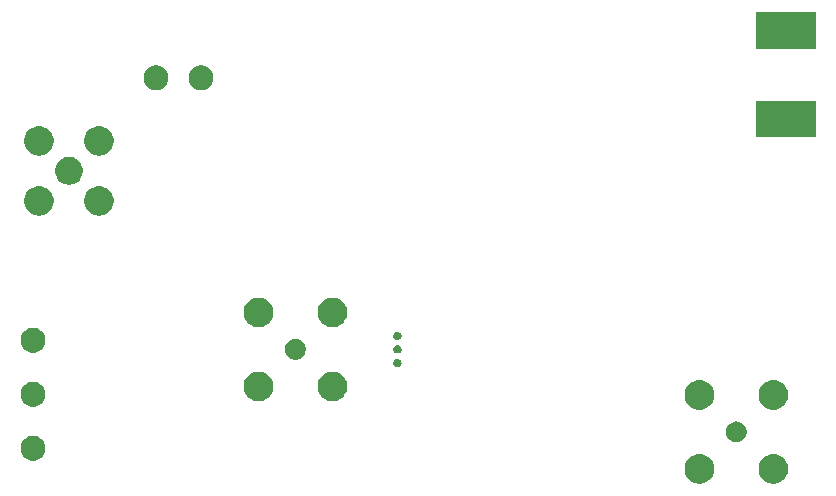
<source format=gbs>
G04 #@! TF.GenerationSoftware,KiCad,Pcbnew,5.0.2-bee76a0~70~ubuntu16.04.1*
G04 #@! TF.CreationDate,2019-02-24T18:58:32-05:00*
G04 #@! TF.ProjectId,chain_v03,63686169-6e5f-4763-9033-2e6b69636164,rev?*
G04 #@! TF.SameCoordinates,Original*
G04 #@! TF.FileFunction,Soldermask,Bot*
G04 #@! TF.FilePolarity,Negative*
%FSLAX46Y46*%
G04 Gerber Fmt 4.6, Leading zero omitted, Abs format (unit mm)*
G04 Created by KiCad (PCBNEW 5.0.2-bee76a0~70~ubuntu16.04.1) date Sun 24 Feb 2019 06:58:32 PM EST*
%MOMM*%
%LPD*%
G01*
G04 APERTURE LIST*
%ADD10C,0.100000*%
G04 APERTURE END LIST*
D10*
G36*
X107072635Y-102602019D02*
X107253903Y-102638075D01*
X107481571Y-102732378D01*
X107685542Y-102868668D01*
X107686469Y-102869287D01*
X107860713Y-103043531D01*
X107860715Y-103043534D01*
X107997622Y-103248429D01*
X108091925Y-103476097D01*
X108140000Y-103717787D01*
X108140000Y-103964213D01*
X108091925Y-104205903D01*
X107997622Y-104433571D01*
X107861332Y-104637542D01*
X107860713Y-104638469D01*
X107686469Y-104812713D01*
X107686466Y-104812715D01*
X107481571Y-104949622D01*
X107253903Y-105043925D01*
X107072635Y-105079981D01*
X107012214Y-105092000D01*
X106765786Y-105092000D01*
X106705365Y-105079981D01*
X106524097Y-105043925D01*
X106296429Y-104949622D01*
X106091534Y-104812715D01*
X106091531Y-104812713D01*
X105917287Y-104638469D01*
X105916668Y-104637542D01*
X105780378Y-104433571D01*
X105686075Y-104205903D01*
X105638000Y-103964213D01*
X105638000Y-103717787D01*
X105686075Y-103476097D01*
X105780378Y-103248429D01*
X105917285Y-103043534D01*
X105917287Y-103043531D01*
X106091531Y-102869287D01*
X106092458Y-102868668D01*
X106296429Y-102732378D01*
X106524097Y-102638075D01*
X106705364Y-102602019D01*
X106765786Y-102590000D01*
X107012214Y-102590000D01*
X107072635Y-102602019D01*
X107072635Y-102602019D01*
G37*
G36*
X100812635Y-102602019D02*
X100993903Y-102638075D01*
X101221571Y-102732378D01*
X101425542Y-102868668D01*
X101426469Y-102869287D01*
X101600713Y-103043531D01*
X101600715Y-103043534D01*
X101737622Y-103248429D01*
X101831925Y-103476097D01*
X101880000Y-103717787D01*
X101880000Y-103964213D01*
X101831925Y-104205903D01*
X101737622Y-104433571D01*
X101601332Y-104637542D01*
X101600713Y-104638469D01*
X101426469Y-104812713D01*
X101426466Y-104812715D01*
X101221571Y-104949622D01*
X100993903Y-105043925D01*
X100812635Y-105079981D01*
X100752214Y-105092000D01*
X100505786Y-105092000D01*
X100445365Y-105079981D01*
X100264097Y-105043925D01*
X100036429Y-104949622D01*
X99831534Y-104812715D01*
X99831531Y-104812713D01*
X99657287Y-104638469D01*
X99656668Y-104637542D01*
X99520378Y-104433571D01*
X99426075Y-104205903D01*
X99378000Y-103964213D01*
X99378000Y-103717787D01*
X99426075Y-103476097D01*
X99520378Y-103248429D01*
X99657285Y-103043534D01*
X99657287Y-103043531D01*
X99831531Y-102869287D01*
X99832458Y-102868668D01*
X100036429Y-102732378D01*
X100264097Y-102638075D01*
X100445364Y-102602019D01*
X100505786Y-102590000D01*
X100752214Y-102590000D01*
X100812635Y-102602019D01*
X100812635Y-102602019D01*
G37*
G36*
X44502414Y-101097879D02*
X44502416Y-101097880D01*
X44502417Y-101097880D01*
X44693594Y-101177068D01*
X44865651Y-101292033D01*
X45011967Y-101438349D01*
X45126932Y-101610406D01*
X45206121Y-101801586D01*
X45246490Y-102004534D01*
X45246490Y-102211466D01*
X45206121Y-102414414D01*
X45126932Y-102605594D01*
X45011967Y-102777651D01*
X44865651Y-102923967D01*
X44865648Y-102923969D01*
X44693594Y-103038932D01*
X44502417Y-103118120D01*
X44502416Y-103118120D01*
X44502414Y-103118121D01*
X44299466Y-103158490D01*
X44092534Y-103158490D01*
X43889586Y-103118121D01*
X43889584Y-103118120D01*
X43889583Y-103118120D01*
X43698406Y-103038932D01*
X43526352Y-102923969D01*
X43526349Y-102923967D01*
X43380033Y-102777651D01*
X43265068Y-102605594D01*
X43185879Y-102414414D01*
X43145510Y-102211466D01*
X43145510Y-102004534D01*
X43185879Y-101801586D01*
X43265068Y-101610406D01*
X43380033Y-101438349D01*
X43526349Y-101292033D01*
X43698406Y-101177068D01*
X43889583Y-101097880D01*
X43889584Y-101097880D01*
X43889586Y-101097879D01*
X44092534Y-101057510D01*
X44299466Y-101057510D01*
X44502414Y-101097879D01*
X44502414Y-101097879D01*
G37*
G36*
X103887589Y-99843416D02*
X104014520Y-99868664D01*
X104173942Y-99934699D01*
X104317418Y-100030566D01*
X104439434Y-100152582D01*
X104535301Y-100296058D01*
X104601336Y-100455480D01*
X104635000Y-100624721D01*
X104635000Y-100797279D01*
X104601336Y-100966520D01*
X104535301Y-101125942D01*
X104439434Y-101269418D01*
X104317418Y-101391434D01*
X104173942Y-101487301D01*
X104014520Y-101553336D01*
X103887589Y-101578584D01*
X103845280Y-101587000D01*
X103672720Y-101587000D01*
X103630411Y-101578584D01*
X103503480Y-101553336D01*
X103344058Y-101487301D01*
X103200582Y-101391434D01*
X103078566Y-101269418D01*
X102982699Y-101125942D01*
X102916664Y-100966520D01*
X102883000Y-100797279D01*
X102883000Y-100624721D01*
X102916664Y-100455480D01*
X102982699Y-100296058D01*
X103078566Y-100152582D01*
X103200582Y-100030566D01*
X103344058Y-99934699D01*
X103503480Y-99868664D01*
X103630411Y-99843416D01*
X103672720Y-99835000D01*
X103845280Y-99835000D01*
X103887589Y-99843416D01*
X103887589Y-99843416D01*
G37*
G36*
X107072635Y-96342019D02*
X107253903Y-96378075D01*
X107481571Y-96472378D01*
X107680155Y-96605068D01*
X107686469Y-96609287D01*
X107860713Y-96783531D01*
X107860715Y-96783534D01*
X107997622Y-96988429D01*
X108091925Y-97216097D01*
X108140000Y-97457787D01*
X108140000Y-97704213D01*
X108091925Y-97945903D01*
X107997622Y-98173571D01*
X107878421Y-98351967D01*
X107860713Y-98378469D01*
X107686469Y-98552713D01*
X107686466Y-98552715D01*
X107481571Y-98689622D01*
X107253903Y-98783925D01*
X107072635Y-98819981D01*
X107012214Y-98832000D01*
X106765786Y-98832000D01*
X106705365Y-98819981D01*
X106524097Y-98783925D01*
X106296429Y-98689622D01*
X106091534Y-98552715D01*
X106091531Y-98552713D01*
X105917287Y-98378469D01*
X105899579Y-98351967D01*
X105780378Y-98173571D01*
X105686075Y-97945903D01*
X105638000Y-97704213D01*
X105638000Y-97457787D01*
X105686075Y-97216097D01*
X105780378Y-96988429D01*
X105917285Y-96783534D01*
X105917287Y-96783531D01*
X106091531Y-96609287D01*
X106097845Y-96605068D01*
X106296429Y-96472378D01*
X106524097Y-96378075D01*
X106705365Y-96342019D01*
X106765786Y-96330000D01*
X107012214Y-96330000D01*
X107072635Y-96342019D01*
X107072635Y-96342019D01*
G37*
G36*
X100812635Y-96342019D02*
X100993903Y-96378075D01*
X101221571Y-96472378D01*
X101420155Y-96605068D01*
X101426469Y-96609287D01*
X101600713Y-96783531D01*
X101600715Y-96783534D01*
X101737622Y-96988429D01*
X101831925Y-97216097D01*
X101880000Y-97457787D01*
X101880000Y-97704213D01*
X101831925Y-97945903D01*
X101737622Y-98173571D01*
X101618421Y-98351967D01*
X101600713Y-98378469D01*
X101426469Y-98552713D01*
X101426466Y-98552715D01*
X101221571Y-98689622D01*
X100993903Y-98783925D01*
X100812635Y-98819981D01*
X100752214Y-98832000D01*
X100505786Y-98832000D01*
X100445365Y-98819981D01*
X100264097Y-98783925D01*
X100036429Y-98689622D01*
X99831534Y-98552715D01*
X99831531Y-98552713D01*
X99657287Y-98378469D01*
X99639579Y-98351967D01*
X99520378Y-98173571D01*
X99426075Y-97945903D01*
X99378000Y-97704213D01*
X99378000Y-97457787D01*
X99426075Y-97216097D01*
X99520378Y-96988429D01*
X99657285Y-96783534D01*
X99657287Y-96783531D01*
X99831531Y-96609287D01*
X99837845Y-96605068D01*
X100036429Y-96472378D01*
X100264097Y-96378075D01*
X100445365Y-96342019D01*
X100505786Y-96330000D01*
X100752214Y-96330000D01*
X100812635Y-96342019D01*
X100812635Y-96342019D01*
G37*
G36*
X44502414Y-96525879D02*
X44502416Y-96525880D01*
X44502417Y-96525880D01*
X44693594Y-96605068D01*
X44865651Y-96720033D01*
X45011967Y-96866349D01*
X45011969Y-96866352D01*
X45126932Y-97038406D01*
X45202525Y-97220903D01*
X45206121Y-97229586D01*
X45246490Y-97432534D01*
X45246490Y-97639466D01*
X45209045Y-97827715D01*
X45206120Y-97842417D01*
X45155501Y-97964622D01*
X45126932Y-98033594D01*
X45011967Y-98205651D01*
X44865651Y-98351967D01*
X44865648Y-98351969D01*
X44693594Y-98466932D01*
X44502417Y-98546120D01*
X44502416Y-98546120D01*
X44502414Y-98546121D01*
X44299466Y-98586490D01*
X44092534Y-98586490D01*
X43889586Y-98546121D01*
X43889584Y-98546120D01*
X43889583Y-98546120D01*
X43698406Y-98466932D01*
X43526352Y-98351969D01*
X43526349Y-98351967D01*
X43380033Y-98205651D01*
X43265068Y-98033594D01*
X43236499Y-97964622D01*
X43185880Y-97842417D01*
X43182956Y-97827715D01*
X43145510Y-97639466D01*
X43145510Y-97432534D01*
X43185879Y-97229586D01*
X43189476Y-97220903D01*
X43265068Y-97038406D01*
X43380031Y-96866352D01*
X43380033Y-96866349D01*
X43526349Y-96720033D01*
X43698406Y-96605068D01*
X43889583Y-96525880D01*
X43889584Y-96525880D01*
X43889586Y-96525879D01*
X44092534Y-96485510D01*
X44299466Y-96485510D01*
X44502414Y-96525879D01*
X44502414Y-96525879D01*
G37*
G36*
X69734636Y-95617019D02*
X69915903Y-95653075D01*
X70143571Y-95747378D01*
X70347542Y-95883668D01*
X70348469Y-95884287D01*
X70522713Y-96058531D01*
X70522715Y-96058534D01*
X70659622Y-96263429D01*
X70753925Y-96491097D01*
X70802000Y-96732787D01*
X70802000Y-96979213D01*
X70753925Y-97220903D01*
X70659622Y-97448571D01*
X70523332Y-97652542D01*
X70522713Y-97653469D01*
X70348469Y-97827713D01*
X70348466Y-97827715D01*
X70143571Y-97964622D01*
X69915903Y-98058925D01*
X69734635Y-98094981D01*
X69674214Y-98107000D01*
X69427786Y-98107000D01*
X69367365Y-98094981D01*
X69186097Y-98058925D01*
X68958429Y-97964622D01*
X68753534Y-97827715D01*
X68753531Y-97827713D01*
X68579287Y-97653469D01*
X68578668Y-97652542D01*
X68442378Y-97448571D01*
X68348075Y-97220903D01*
X68300000Y-96979213D01*
X68300000Y-96732787D01*
X68348075Y-96491097D01*
X68442378Y-96263429D01*
X68579285Y-96058534D01*
X68579287Y-96058531D01*
X68753531Y-95884287D01*
X68754458Y-95883668D01*
X68958429Y-95747378D01*
X69186097Y-95653075D01*
X69367364Y-95617019D01*
X69427786Y-95605000D01*
X69674214Y-95605000D01*
X69734636Y-95617019D01*
X69734636Y-95617019D01*
G37*
G36*
X63474636Y-95617019D02*
X63655903Y-95653075D01*
X63883571Y-95747378D01*
X64087542Y-95883668D01*
X64088469Y-95884287D01*
X64262713Y-96058531D01*
X64262715Y-96058534D01*
X64399622Y-96263429D01*
X64493925Y-96491097D01*
X64542000Y-96732787D01*
X64542000Y-96979213D01*
X64493925Y-97220903D01*
X64399622Y-97448571D01*
X64263332Y-97652542D01*
X64262713Y-97653469D01*
X64088469Y-97827713D01*
X64088466Y-97827715D01*
X63883571Y-97964622D01*
X63655903Y-98058925D01*
X63474635Y-98094981D01*
X63414214Y-98107000D01*
X63167786Y-98107000D01*
X63107365Y-98094981D01*
X62926097Y-98058925D01*
X62698429Y-97964622D01*
X62493534Y-97827715D01*
X62493531Y-97827713D01*
X62319287Y-97653469D01*
X62318668Y-97652542D01*
X62182378Y-97448571D01*
X62088075Y-97220903D01*
X62040000Y-96979213D01*
X62040000Y-96732787D01*
X62088075Y-96491097D01*
X62182378Y-96263429D01*
X62319285Y-96058534D01*
X62319287Y-96058531D01*
X62493531Y-95884287D01*
X62494458Y-95883668D01*
X62698429Y-95747378D01*
X62926097Y-95653075D01*
X63107364Y-95617019D01*
X63167786Y-95605000D01*
X63414214Y-95605000D01*
X63474636Y-95617019D01*
X63474636Y-95617019D01*
G37*
G36*
X75159383Y-94538489D02*
X75223261Y-94564948D01*
X75280750Y-94603361D01*
X75329639Y-94652250D01*
X75368052Y-94709739D01*
X75394511Y-94773617D01*
X75408000Y-94841430D01*
X75408000Y-94910570D01*
X75394511Y-94978383D01*
X75368052Y-95042261D01*
X75329639Y-95099750D01*
X75280750Y-95148639D01*
X75223261Y-95187052D01*
X75159383Y-95213511D01*
X75091570Y-95227000D01*
X75022430Y-95227000D01*
X74954617Y-95213511D01*
X74890739Y-95187052D01*
X74833250Y-95148639D01*
X74784361Y-95099750D01*
X74745948Y-95042261D01*
X74719489Y-94978383D01*
X74706000Y-94910570D01*
X74706000Y-94841430D01*
X74719489Y-94773617D01*
X74745948Y-94709739D01*
X74784361Y-94652250D01*
X74833250Y-94603361D01*
X74890739Y-94564948D01*
X74954617Y-94538489D01*
X75022430Y-94525000D01*
X75091570Y-94525000D01*
X75159383Y-94538489D01*
X75159383Y-94538489D01*
G37*
G36*
X66549589Y-92858416D02*
X66676520Y-92883664D01*
X66835942Y-92949699D01*
X66979418Y-93045566D01*
X67101434Y-93167582D01*
X67197301Y-93311058D01*
X67263336Y-93470480D01*
X67297000Y-93639721D01*
X67297000Y-93812279D01*
X67263336Y-93981520D01*
X67197301Y-94140942D01*
X67101434Y-94284418D01*
X66979418Y-94406434D01*
X66835942Y-94502301D01*
X66676520Y-94568336D01*
X66549589Y-94593584D01*
X66507280Y-94602000D01*
X66334720Y-94602000D01*
X66292411Y-94593584D01*
X66165480Y-94568336D01*
X66006058Y-94502301D01*
X65862582Y-94406434D01*
X65740566Y-94284418D01*
X65644699Y-94140942D01*
X65578664Y-93981520D01*
X65545000Y-93812279D01*
X65545000Y-93639721D01*
X65578664Y-93470480D01*
X65644699Y-93311058D01*
X65740566Y-93167582D01*
X65862582Y-93045566D01*
X66006058Y-92949699D01*
X66165480Y-92883664D01*
X66292411Y-92858416D01*
X66334720Y-92850000D01*
X66507280Y-92850000D01*
X66549589Y-92858416D01*
X66549589Y-92858416D01*
G37*
G36*
X75159383Y-93388489D02*
X75223261Y-93414948D01*
X75280750Y-93453361D01*
X75329639Y-93502250D01*
X75368052Y-93559739D01*
X75394511Y-93623617D01*
X75408000Y-93691430D01*
X75408000Y-93760570D01*
X75394511Y-93828383D01*
X75368052Y-93892261D01*
X75329639Y-93949750D01*
X75280750Y-93998639D01*
X75223261Y-94037052D01*
X75159383Y-94063511D01*
X75091570Y-94077000D01*
X75022430Y-94077000D01*
X74954617Y-94063511D01*
X74890739Y-94037052D01*
X74833250Y-93998639D01*
X74784361Y-93949750D01*
X74745948Y-93892261D01*
X74719489Y-93828383D01*
X74706000Y-93760570D01*
X74706000Y-93691430D01*
X74719489Y-93623617D01*
X74745948Y-93559739D01*
X74784361Y-93502250D01*
X74833250Y-93453361D01*
X74890739Y-93414948D01*
X74954617Y-93388489D01*
X75022430Y-93375000D01*
X75091570Y-93375000D01*
X75159383Y-93388489D01*
X75159383Y-93388489D01*
G37*
G36*
X44502414Y-91953879D02*
X44502416Y-91953880D01*
X44502417Y-91953880D01*
X44693594Y-92033068D01*
X44865651Y-92148033D01*
X45011967Y-92294349D01*
X45011969Y-92294352D01*
X45126932Y-92466406D01*
X45186647Y-92610570D01*
X45206121Y-92657586D01*
X45246490Y-92860534D01*
X45246490Y-93067466D01*
X45206121Y-93270414D01*
X45126932Y-93461594D01*
X45011967Y-93633651D01*
X44865651Y-93779967D01*
X44865648Y-93779969D01*
X44693594Y-93894932D01*
X44502417Y-93974120D01*
X44502416Y-93974120D01*
X44502414Y-93974121D01*
X44299466Y-94014490D01*
X44092534Y-94014490D01*
X43889586Y-93974121D01*
X43889584Y-93974120D01*
X43889583Y-93974120D01*
X43698406Y-93894932D01*
X43526352Y-93779969D01*
X43526349Y-93779967D01*
X43380033Y-93633651D01*
X43265068Y-93461594D01*
X43185879Y-93270414D01*
X43145510Y-93067466D01*
X43145510Y-92860534D01*
X43185879Y-92657586D01*
X43205354Y-92610570D01*
X43265068Y-92466406D01*
X43380031Y-92294352D01*
X43380033Y-92294349D01*
X43526349Y-92148033D01*
X43698406Y-92033068D01*
X43889583Y-91953880D01*
X43889584Y-91953880D01*
X43889586Y-91953879D01*
X44092534Y-91913510D01*
X44299466Y-91913510D01*
X44502414Y-91953879D01*
X44502414Y-91953879D01*
G37*
G36*
X75159383Y-92238489D02*
X75223261Y-92264948D01*
X75280750Y-92303361D01*
X75329639Y-92352250D01*
X75368052Y-92409739D01*
X75394511Y-92473617D01*
X75408000Y-92541430D01*
X75408000Y-92610570D01*
X75394511Y-92678383D01*
X75368052Y-92742261D01*
X75329639Y-92799750D01*
X75280750Y-92848639D01*
X75228331Y-92883664D01*
X75223261Y-92887052D01*
X75159383Y-92913511D01*
X75091570Y-92927000D01*
X75022430Y-92927000D01*
X74954617Y-92913511D01*
X74890739Y-92887052D01*
X74885669Y-92883664D01*
X74833250Y-92848639D01*
X74784361Y-92799750D01*
X74745948Y-92742261D01*
X74719489Y-92678383D01*
X74706000Y-92610570D01*
X74706000Y-92541430D01*
X74719489Y-92473617D01*
X74745948Y-92409739D01*
X74784361Y-92352250D01*
X74833250Y-92303361D01*
X74890739Y-92264948D01*
X74954617Y-92238489D01*
X75022430Y-92225000D01*
X75091570Y-92225000D01*
X75159383Y-92238489D01*
X75159383Y-92238489D01*
G37*
G36*
X69734636Y-89357019D02*
X69915903Y-89393075D01*
X70143571Y-89487378D01*
X70347542Y-89623668D01*
X70348469Y-89624287D01*
X70522713Y-89798531D01*
X70522715Y-89798534D01*
X70659622Y-90003429D01*
X70753925Y-90231097D01*
X70802000Y-90472787D01*
X70802000Y-90719213D01*
X70753925Y-90960903D01*
X70659622Y-91188571D01*
X70523332Y-91392542D01*
X70522713Y-91393469D01*
X70348469Y-91567713D01*
X70348466Y-91567715D01*
X70143571Y-91704622D01*
X69915903Y-91798925D01*
X69734636Y-91834981D01*
X69674214Y-91847000D01*
X69427786Y-91847000D01*
X69367364Y-91834981D01*
X69186097Y-91798925D01*
X68958429Y-91704622D01*
X68753534Y-91567715D01*
X68753531Y-91567713D01*
X68579287Y-91393469D01*
X68578668Y-91392542D01*
X68442378Y-91188571D01*
X68348075Y-90960903D01*
X68300000Y-90719213D01*
X68300000Y-90472787D01*
X68348075Y-90231097D01*
X68442378Y-90003429D01*
X68579285Y-89798534D01*
X68579287Y-89798531D01*
X68753531Y-89624287D01*
X68754458Y-89623668D01*
X68958429Y-89487378D01*
X69186097Y-89393075D01*
X69367364Y-89357019D01*
X69427786Y-89345000D01*
X69674214Y-89345000D01*
X69734636Y-89357019D01*
X69734636Y-89357019D01*
G37*
G36*
X63474636Y-89357019D02*
X63655903Y-89393075D01*
X63883571Y-89487378D01*
X64087542Y-89623668D01*
X64088469Y-89624287D01*
X64262713Y-89798531D01*
X64262715Y-89798534D01*
X64399622Y-90003429D01*
X64493925Y-90231097D01*
X64542000Y-90472787D01*
X64542000Y-90719213D01*
X64493925Y-90960903D01*
X64399622Y-91188571D01*
X64263332Y-91392542D01*
X64262713Y-91393469D01*
X64088469Y-91567713D01*
X64088466Y-91567715D01*
X63883571Y-91704622D01*
X63655903Y-91798925D01*
X63474636Y-91834981D01*
X63414214Y-91847000D01*
X63167786Y-91847000D01*
X63107364Y-91834981D01*
X62926097Y-91798925D01*
X62698429Y-91704622D01*
X62493534Y-91567715D01*
X62493531Y-91567713D01*
X62319287Y-91393469D01*
X62318668Y-91392542D01*
X62182378Y-91188571D01*
X62088075Y-90960903D01*
X62040000Y-90719213D01*
X62040000Y-90472787D01*
X62088075Y-90231097D01*
X62182378Y-90003429D01*
X62319285Y-89798534D01*
X62319287Y-89798531D01*
X62493531Y-89624287D01*
X62494458Y-89623668D01*
X62698429Y-89487378D01*
X62926097Y-89393075D01*
X63107364Y-89357019D01*
X63167786Y-89345000D01*
X63414214Y-89345000D01*
X63474636Y-89357019D01*
X63474636Y-89357019D01*
G37*
G36*
X44887635Y-79914019D02*
X45068903Y-79950075D01*
X45296571Y-80044378D01*
X45500542Y-80180668D01*
X45501469Y-80181287D01*
X45675713Y-80355531D01*
X45675715Y-80355534D01*
X45812622Y-80560429D01*
X45906925Y-80788097D01*
X45955000Y-81029787D01*
X45955000Y-81276213D01*
X45906925Y-81517903D01*
X45812622Y-81745571D01*
X45676332Y-81949542D01*
X45675713Y-81950469D01*
X45501469Y-82124713D01*
X45501466Y-82124715D01*
X45296571Y-82261622D01*
X45068903Y-82355925D01*
X44887636Y-82391981D01*
X44827214Y-82404000D01*
X44580786Y-82404000D01*
X44520364Y-82391981D01*
X44339097Y-82355925D01*
X44111429Y-82261622D01*
X43906534Y-82124715D01*
X43906531Y-82124713D01*
X43732287Y-81950469D01*
X43731668Y-81949542D01*
X43595378Y-81745571D01*
X43501075Y-81517903D01*
X43453000Y-81276213D01*
X43453000Y-81029787D01*
X43501075Y-80788097D01*
X43595378Y-80560429D01*
X43732285Y-80355534D01*
X43732287Y-80355531D01*
X43906531Y-80181287D01*
X43907458Y-80180668D01*
X44111429Y-80044378D01*
X44339097Y-79950075D01*
X44520365Y-79914019D01*
X44580786Y-79902000D01*
X44827214Y-79902000D01*
X44887635Y-79914019D01*
X44887635Y-79914019D01*
G37*
G36*
X49967635Y-79914019D02*
X50148903Y-79950075D01*
X50376571Y-80044378D01*
X50580542Y-80180668D01*
X50581469Y-80181287D01*
X50755713Y-80355531D01*
X50755715Y-80355534D01*
X50892622Y-80560429D01*
X50986925Y-80788097D01*
X51035000Y-81029787D01*
X51035000Y-81276213D01*
X50986925Y-81517903D01*
X50892622Y-81745571D01*
X50756332Y-81949542D01*
X50755713Y-81950469D01*
X50581469Y-82124713D01*
X50581466Y-82124715D01*
X50376571Y-82261622D01*
X50148903Y-82355925D01*
X49967636Y-82391981D01*
X49907214Y-82404000D01*
X49660786Y-82404000D01*
X49600364Y-82391981D01*
X49419097Y-82355925D01*
X49191429Y-82261622D01*
X48986534Y-82124715D01*
X48986531Y-82124713D01*
X48812287Y-81950469D01*
X48811668Y-81949542D01*
X48675378Y-81745571D01*
X48581075Y-81517903D01*
X48533000Y-81276213D01*
X48533000Y-81029787D01*
X48581075Y-80788097D01*
X48675378Y-80560429D01*
X48812285Y-80355534D01*
X48812287Y-80355531D01*
X48986531Y-80181287D01*
X48987458Y-80180668D01*
X49191429Y-80044378D01*
X49419097Y-79950075D01*
X49600365Y-79914019D01*
X49660786Y-79902000D01*
X49907214Y-79902000D01*
X49967635Y-79914019D01*
X49967635Y-79914019D01*
G37*
G36*
X47473427Y-77459597D02*
X47587027Y-77482193D01*
X47801045Y-77570842D01*
X47992358Y-77698674D01*
X47993659Y-77699543D01*
X48157457Y-77863341D01*
X48157459Y-77863344D01*
X48286158Y-78055955D01*
X48374807Y-78269973D01*
X48420000Y-78497174D01*
X48420000Y-78728826D01*
X48374807Y-78956027D01*
X48286158Y-79170045D01*
X48158326Y-79361358D01*
X48157457Y-79362659D01*
X47993659Y-79526457D01*
X47993656Y-79526459D01*
X47801045Y-79655158D01*
X47587027Y-79743807D01*
X47473426Y-79766404D01*
X47359827Y-79789000D01*
X47128173Y-79789000D01*
X47014574Y-79766404D01*
X46900973Y-79743807D01*
X46686955Y-79655158D01*
X46494344Y-79526459D01*
X46494341Y-79526457D01*
X46330543Y-79362659D01*
X46329674Y-79361358D01*
X46201842Y-79170045D01*
X46113193Y-78956027D01*
X46068000Y-78728826D01*
X46068000Y-78497174D01*
X46113193Y-78269973D01*
X46201842Y-78055955D01*
X46330541Y-77863344D01*
X46330543Y-77863341D01*
X46494341Y-77699543D01*
X46495642Y-77698674D01*
X46686955Y-77570842D01*
X46900973Y-77482193D01*
X47014573Y-77459597D01*
X47128173Y-77437000D01*
X47359827Y-77437000D01*
X47473427Y-77459597D01*
X47473427Y-77459597D01*
G37*
G36*
X44887635Y-74834019D02*
X45068903Y-74870075D01*
X45296571Y-74964378D01*
X45500542Y-75100668D01*
X45501469Y-75101287D01*
X45675713Y-75275531D01*
X45675715Y-75275534D01*
X45812622Y-75480429D01*
X45906925Y-75708097D01*
X45955000Y-75949787D01*
X45955000Y-76196213D01*
X45906925Y-76437903D01*
X45812622Y-76665571D01*
X45676332Y-76869542D01*
X45675713Y-76870469D01*
X45501469Y-77044713D01*
X45501466Y-77044715D01*
X45296571Y-77181622D01*
X45068903Y-77275925D01*
X44887635Y-77311981D01*
X44827214Y-77324000D01*
X44580786Y-77324000D01*
X44520365Y-77311981D01*
X44339097Y-77275925D01*
X44111429Y-77181622D01*
X43906534Y-77044715D01*
X43906531Y-77044713D01*
X43732287Y-76870469D01*
X43731668Y-76869542D01*
X43595378Y-76665571D01*
X43501075Y-76437903D01*
X43453000Y-76196213D01*
X43453000Y-75949787D01*
X43501075Y-75708097D01*
X43595378Y-75480429D01*
X43732285Y-75275534D01*
X43732287Y-75275531D01*
X43906531Y-75101287D01*
X43907458Y-75100668D01*
X44111429Y-74964378D01*
X44339097Y-74870075D01*
X44520365Y-74834019D01*
X44580786Y-74822000D01*
X44827214Y-74822000D01*
X44887635Y-74834019D01*
X44887635Y-74834019D01*
G37*
G36*
X49967635Y-74834019D02*
X50148903Y-74870075D01*
X50376571Y-74964378D01*
X50580542Y-75100668D01*
X50581469Y-75101287D01*
X50755713Y-75275531D01*
X50755715Y-75275534D01*
X50892622Y-75480429D01*
X50986925Y-75708097D01*
X51035000Y-75949787D01*
X51035000Y-76196213D01*
X50986925Y-76437903D01*
X50892622Y-76665571D01*
X50756332Y-76869542D01*
X50755713Y-76870469D01*
X50581469Y-77044713D01*
X50581466Y-77044715D01*
X50376571Y-77181622D01*
X50148903Y-77275925D01*
X49967635Y-77311981D01*
X49907214Y-77324000D01*
X49660786Y-77324000D01*
X49600365Y-77311981D01*
X49419097Y-77275925D01*
X49191429Y-77181622D01*
X48986534Y-77044715D01*
X48986531Y-77044713D01*
X48812287Y-76870469D01*
X48811668Y-76869542D01*
X48675378Y-76665571D01*
X48581075Y-76437903D01*
X48533000Y-76196213D01*
X48533000Y-75949787D01*
X48581075Y-75708097D01*
X48675378Y-75480429D01*
X48812285Y-75275534D01*
X48812287Y-75275531D01*
X48986531Y-75101287D01*
X48987458Y-75100668D01*
X49191429Y-74964378D01*
X49419097Y-74870075D01*
X49600365Y-74834019D01*
X49660786Y-74822000D01*
X49907214Y-74822000D01*
X49967635Y-74834019D01*
X49967635Y-74834019D01*
G37*
G36*
X110501000Y-75786000D02*
X105399000Y-75786000D01*
X105399000Y-72684000D01*
X110501000Y-72684000D01*
X110501000Y-75786000D01*
X110501000Y-75786000D01*
G37*
G36*
X58726414Y-69728879D02*
X58726416Y-69728880D01*
X58726417Y-69728880D01*
X58917594Y-69808068D01*
X59089651Y-69923033D01*
X59235967Y-70069349D01*
X59350932Y-70241406D01*
X59430121Y-70432586D01*
X59470490Y-70635534D01*
X59470490Y-70842466D01*
X59430121Y-71045414D01*
X59350932Y-71236594D01*
X59235967Y-71408651D01*
X59089651Y-71554967D01*
X59089648Y-71554969D01*
X58917594Y-71669932D01*
X58726417Y-71749120D01*
X58726416Y-71749120D01*
X58726414Y-71749121D01*
X58523466Y-71789490D01*
X58316534Y-71789490D01*
X58113586Y-71749121D01*
X58113584Y-71749120D01*
X58113583Y-71749120D01*
X57922406Y-71669932D01*
X57750352Y-71554969D01*
X57750349Y-71554967D01*
X57604033Y-71408651D01*
X57489068Y-71236594D01*
X57409879Y-71045414D01*
X57369510Y-70842466D01*
X57369510Y-70635534D01*
X57409879Y-70432586D01*
X57489068Y-70241406D01*
X57604033Y-70069349D01*
X57750349Y-69923033D01*
X57922406Y-69808068D01*
X58113583Y-69728880D01*
X58113584Y-69728880D01*
X58113586Y-69728879D01*
X58316534Y-69688510D01*
X58523466Y-69688510D01*
X58726414Y-69728879D01*
X58726414Y-69728879D01*
G37*
G36*
X54916414Y-69728879D02*
X54916416Y-69728880D01*
X54916417Y-69728880D01*
X55107594Y-69808068D01*
X55279651Y-69923033D01*
X55425967Y-70069349D01*
X55540932Y-70241406D01*
X55620121Y-70432586D01*
X55660490Y-70635534D01*
X55660490Y-70842466D01*
X55620121Y-71045414D01*
X55540932Y-71236594D01*
X55425967Y-71408651D01*
X55279651Y-71554967D01*
X55279648Y-71554969D01*
X55107594Y-71669932D01*
X54916417Y-71749120D01*
X54916416Y-71749120D01*
X54916414Y-71749121D01*
X54713466Y-71789490D01*
X54506534Y-71789490D01*
X54303586Y-71749121D01*
X54303584Y-71749120D01*
X54303583Y-71749120D01*
X54112406Y-71669932D01*
X53940352Y-71554969D01*
X53940349Y-71554967D01*
X53794033Y-71408651D01*
X53679068Y-71236594D01*
X53599879Y-71045414D01*
X53559510Y-70842466D01*
X53559510Y-70635534D01*
X53599879Y-70432586D01*
X53679068Y-70241406D01*
X53794033Y-70069349D01*
X53940349Y-69923033D01*
X54112406Y-69808068D01*
X54303583Y-69728880D01*
X54303584Y-69728880D01*
X54303586Y-69728879D01*
X54506534Y-69688510D01*
X54713466Y-69688510D01*
X54916414Y-69728879D01*
X54916414Y-69728879D01*
G37*
G36*
X110501000Y-68286000D02*
X105399000Y-68286000D01*
X105399000Y-65184000D01*
X110501000Y-65184000D01*
X110501000Y-68286000D01*
X110501000Y-68286000D01*
G37*
M02*

</source>
